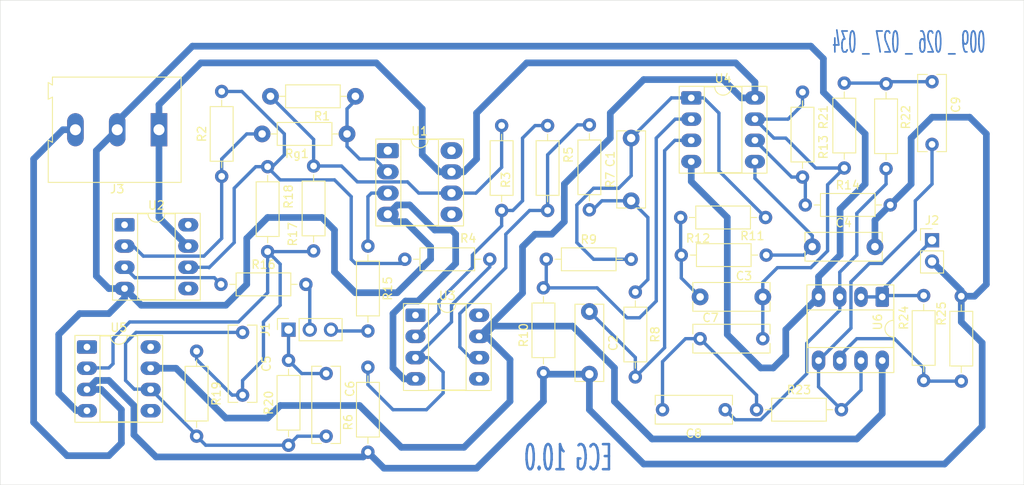
<source format=kicad_pcb>
(kicad_pcb (version 20241229) (generator "pcbnew") (generator_version "9.0")
  (layers (0 "F.Cu" signal) (2 "B.Cu" signal) (13 "F.Paste" user) (15 "B.Paste" user) (5 "F.SilkS" user "F.Silkscreen") (7 "B.SilkS" user "B.Silkscreen") (1 "F.Mask" user) (3 "B.Mask" user) (25 "Edge.Cuts" user))
  (net 0 "")
  (net 1 "Net-(C1-Pad1)")
  (net 2 "Net-(C1-Pad2)")
  (net 3 "GND")
  (net 4 "Net-(U4A-+)")
  (net 5 "/OutLowFilter")
  (net 6 "Net-(C3-Pad1)")
  (net 7 "Net-(U4B-+)")
  (net 8 "Net-(U5--)")
  (net 9 "Net-(C5-Pad1)")
  (net 10 "/LL")
  (net 11 "Net-(C7-Pad1)")
  (net 12 "Net-(U6A-+)")
  (net 13 "Net-(U6B-+)")
  (net 14 "Net-(C9-Pad1)")
  (net 15 "/RL")
  (net 16 "/RA")
  (net 17 "/ECG_signal")
  (net 18 "/V+")
  (net 19 "/V-")
  (net 20 "Net-(U1--)")
  (net 21 "Net-(R1-Pad2)")
  (net 22 "Net-(U2--)")
  (net 23 "Net-(U3--)")
  (net 24 "Net-(U3-+)")
  (net 25 "/OutAmp")
  (net 26 "Net-(U4A--)")
  (net 27 "Net-(U4B--)")
  (net 28 "Net-(U1-+)")
  (net 29 "Net-(U2-+)")
  (net 30 "Net-(U6B--)")
  (net 43 "Net-(R18-Pad1)")
  (footprint "Resistor_THT:R_Axial_DIN0207_L6.3mm_D2.5mm_P10.16mm_Horizontal" (layer "F.Cu") (at 147.34 100.5)
    (property "Reference" "R9")
    (property "Value" "270")
  )
  (footprint "Resistor_THT:R_Axial_DIN0207_L6.3mm_D2.5mm_P10.16mm_Horizontal" (layer "F.Cu") (at 108.42 103.5)
    (property "Reference" "R16")
    (property "Value" "1M")
  )
  (footprint "Package_DIP:DIP-8_W7.62mm_Socket_LongPads" (layer "F.Cu") (at 187.54 105 -90)
    (property "Reference" "U6")
    (property "Value" "TL072")
  )
  (footprint "Connector_PinSocket_2.54mm:PinSocket_1x03_P2.54mm_Vertical" (layer "F.Cu") (at 116.5 108.92 90)
    (property "Reference" "J1")
    (property "Value" "Conn_01x03_Pin")
  )
  (footprint "Resistor_THT:R_Axial_DIN0207_L6.3mm_D2.5mm_P10.16mm_Horizontal" (layer "F.Cu") (at 105.5 111.5 -90)
    (property "Reference" "R19")
    (property "Value" "1M")
  )
  (footprint "Resistor_THT:R_Axial_DIN0207_L6.3mm_D2.5mm_P10.16mm_Horizontal" (layer "F.Cu") (at 178 80.5 -90)
    (property "Reference" "R13")
    (property "Value" "2.2k")
  )
  (footprint "Resistor_THT:R_Axial_DIN0207_L6.3mm_D2.5mm_P10.16mm_Horizontal" (layer "F.Cu") (at 192.5 115 90)
    (property "Reference" "R24")
    (property "Value" "10k")
  )
  (footprint "Resistor_THT:R_Axial_DIN0207_L6.3mm_D2.5mm_P10.16mm_Horizontal" (layer "F.Cu") (at 108.5 90.58 90)
    (property "Reference" "R2")
    (property "Value" "5.6k")
  )
  (footprint "Resistor_THT:R_Axial_DIN0207_L6.3mm_D2.5mm_P10.16mm_Horizontal" (layer "F.Cu") (at 147.5 84.5 -90)
    (property "Reference" "R5")
    (property "Value" "10k")
  )
  (footprint "Resistor_THT:R_Axial_DIN0207_L6.3mm_D2.5mm_P10.16mm_Horizontal" (layer "F.Cu") (at 158 104.42 -90)
    (property "Reference" "R8")
    (property "Value" "10k")
  )
  (footprint "Resistor_THT:R_Axial_DIN0207_L6.3mm_D2.5mm_P10.16mm_Horizontal" (layer "F.Cu") (at 163.5 100)
    (property "Reference" "R12")
    (property "Value" "10k")
  )
  (footprint "TerminalBlock:TerminalBlock_Altech_AK300-3_P5.00mm" (layer "F.Cu") (at 101 85 180)
    (property "Reference" "J3")
    (property "Value" "Screw_Terminal_01x03")
  )
  (footprint "Package_DIP:DIP-8_W7.62mm_Socket_LongPads" (layer "F.Cu") (at 131.69 107.19)
    (property "Reference" "U3")
    (property "Value" "LM741")
  )
  (footprint "Capacitor_THT:C_Rect_L9.0mm_W3.2mm_P7.50mm_MKT" (layer "F.Cu") (at 179.17 99)
    (property "Reference" "C4")
    (property "Value" "100n")
  )
  (footprint "Resistor_THT:R_Axial_DIN0207_L6.3mm_D2.5mm_P10.16mm_Horizontal" (layer "F.Cu") (at 130.42 100.5)
    (property "Reference" "R4")
    (property "Value" "1k")
  )
  (footprint "Resistor_THT:R_Axial_DIN0207_L6.3mm_D2.5mm_P10.16mm_Horizontal" (layer "F.Cu") (at 147 114.08 90)
    (property "Reference" "R10")
    (property "Value" "1.8k")
  )
  (footprint "Capacitor_THT:C_Rect_L9.0mm_W3.2mm_P7.50mm_MKT" (layer "F.Cu") (at 157.5 93.5 90)
    (property "Reference" "C1")
    (property "Value" "100n")
  )
  (footprint "Resistor_THT:R_Axial_DIN0207_L6.3mm_D2.5mm_P10.16mm_Horizontal" (layer "F.Cu") (at 126 98.92 -90)
    (property "Reference" "R15")
    (property "Value" "1M")
  )
  (footprint "Package_DIP:DIP-8_W7.62mm_Socket_LongPads" (layer "F.Cu") (at 128.38 87.5)
    (property "Reference" "U1")
    (property "Value" "LM741")
  )
  (footprint "Capacitor_THT:C_Rect_L9.0mm_W3.2mm_P7.50mm_MKT" (layer "F.Cu") (at 165.75 105)
    (property "Reference" "C3")
    (property "Value" "100n")
  )
  (footprint "Resistor_THT:R_Axial_DIN0207_L6.3mm_D2.5mm_P10.16mm_Horizontal" (layer "F.Cu") (at 183 89.58 90)
    (property "Reference" "R21")
    (property "Value" "33k")
  )
  (footprint "Resistor_THT:R_Axial_DIN0207_L6.3mm_D2.5mm_P10.16mm_Horizontal" (layer "F.Cu") (at 124.5 81 180)
    (property "Reference" "R1")
    (property "Value" "5.6k")
  )
  (footprint "Package_DIP:DIP-8_W7.62mm_Socket_LongPads" (layer "F.Cu") (at 92.38 111)
    (property "Reference" "U5")
    (property "Value" "LM741")
  )
  (footprint "Capacitor_THT:C_Rect_L9.0mm_W3.2mm_P7.50mm_MKT" (layer "F.Cu") (at 168.75 118.5 180)
    (property "Reference" "C8")
    (property "Value" "100n")
  )
  (footprint "Resistor_THT:R_Axial_DIN0207_L6.3mm_D2.5mm_P10.16mm_Horizontal" (layer "F.Cu") (at 172.5 118.5)
    (property "Reference" "R23")
    (property "Value" "15k")
  )
  (footprint "Package_DIP:DIP-8_W7.62mm_Socket_LongPads" (layer "F.Cu") (at 96.88 96.38)
    (property "Reference" "U2")
    (property "Value" "LM741")
  )
  (footprint "Capacitor_THT:C_Rect_L9.0mm_W3.2mm_P7.50mm_MKT" (layer "F.Cu") (at 193.5 79.25 -90)
    (property "Reference" "C9")
    (property "Value" "220n")
  )
  (footprint "Resistor_THT:R_Axial_DIN0207_L6.3mm_D2.5mm_P10.16mm_Horizontal" (layer "F.Cu") (at 119.5 99.5 90)
    (property "Reference" "R17")
    (property "Value" "1M")
  )
  (footprint "Capacitor_THT:C_Rect_L9.0mm_W3.2mm_P7.50mm_MKT" (layer "F.Cu") (at 121 114.17 -90)
    (property "Reference" "C6")
    (property "Value" "1n")
  )
  (footprint "Resistor_THT:R_Axial_DIN0207_L6.3mm_D2.5mm_P10.16mm_Horizontal" (layer "F.Cu") (at 188 79.5 -90)
    (property "Reference" "R22")
    (property "Value" "33k")
  )
  (footprint "Resistor_THT:R_Axial_DIN0207_L6.3mm_D2.5mm_P10.16mm_Horizontal" (layer "F.Cu") (at 178.34 94)
    (property "Reference" "R14")
    (property "Value" "1.8k")
  )
  (footprint "Capacitor_THT:C_Rect_L9.0mm_W3.2mm_P7.50mm_MKT" (layer "F.Cu") (at 165.75 110)
    (property "Reference" "C7")
    (property "Value" "100n")
  )
  (footprint "Resistor_THT:R_Axial_DIN0207_L6.3mm_D2.5mm_P10.16mm_Horizontal" (layer "F.Cu") (at 197 115.08 90)
    (property "Reference" "R25")
    (property "Value" "10k")
  )
  (footprint "Resistor_THT:R_Axial_DIN0207_L6.3mm_D2.5mm_P10.16mm_Horizontal" (layer "F.Cu") (at 142 84.5 -90)
    (property "Reference" "R3")
    (property "Value" "1k")
  )
  (footprint "Resistor_THT:R_Axial_DIN0207_L6.3mm_D2.5mm_P10.16mm_Horizontal" (layer "F.Cu") (at 123.5 85.5 180)
    (property "Reference" "Rg1")
    (property "Value" "1k")
  )
  (footprint "Connector_PinHeader_2.54mm:PinHeader_1x02_P2.54mm_Vertical" (layer "F.Cu") (at 193.5 98.225)
    (property "Reference" "J2")
    (property "Value" "Conn_01x02_Pin")
  )
  (footprint "Package_DIP:DIP-8_W7.62mm_Socket_LongPads" (layer "F.Cu") (at 164.69 81.19)
    (property "Reference" "U4")
    (property "Value" "TL072")
  )
  (footprint "Resistor_THT:R_Axial_DIN0207_L6.3mm_D2.5mm_P10.16mm_Horizontal" (layer "F.Cu") (at 126 123.58 90)
    (property "Reference" "R6")
    (property "Value" "10k")
  )
  (footprint "Capacitor_THT:C_Rect_L9.0mm_W3.2mm_P7.50mm_MKT" (layer "F.Cu") (at 111 109.25 -90)
    (property "Reference" "C5")
    (property "Value" "1n")
  )
  (footprint "Resistor_THT:R_Axial_DIN0207_L6.3mm_D2.5mm_P10.16mm_Horizontal" (layer "F.Cu") (at 173.58 95.5 180)
    (property "Reference" "R11")
    (property "Value" "10k")
  )
  (footprint "Resistor_THT:R_Axial_DIN0207_L6.3mm_D2.5mm_P10.16mm_Horizontal" (layer "F.Cu") (at 116.5 122.75 90)
    (property "Reference" "R20")
    (property "Value" "1M")
  )
  (footprint "Resistor_THT:R_Axial_DIN0207_L6.3mm_D2.5mm_P10.16mm_Horizontal" (layer "F.Cu") (at 152.5 84.42 -90)
    (property "Reference" "R7")
    (property "Value" "10k")
  )
  (footprint "Capacitor_THT:C_Rect_L9.0mm_W3.2mm_P7.50mm_MKT" (layer "F.Cu") (at 152.5 106.75 -90)
    (property "Reference" "C2")
    (property "Value" "100n")
  )
  (footprint "Resistor_THT:R_Axial_DIN0207_L6.3mm_D2.5mm_P10.16mm_Horizontal" (layer "F.Cu") (at 114 89.42 -90)
    (property "Reference" "R18")
    (property "Value" "1M")
  )
  (gr_rect (start 82 69.5) (end 204.5 127.5) (stroke (width 0.05)) (fill no) (layer "Edge.Cuts"))
  (gr_text "ECG 10.0" (at 144.5 126 0) (layer "B.Cu") (effects (font (size 3 1.5) (thickness 0.3) (bold yes)) (justify right bottom mirror)))
  (gr_text "009 _ 026 _ 027 _ 034" (at 200 76 0) (layer "B.Cu") (effects (font (size 2.5 1) (thickness 0.2) (bold yes)) (justify left bottom mirror)))
  (segment (start 154 93.5) (end 157.5 93.5) (width 0.4) (layer "B.Cu") (net 1))
  (segment (start 157.5 93.92) (end 157.5 93.5) (width 0.4) (layer "B.Cu") (net 1))
  (segment (start 159.5 102.92) (end 158 104.42) (width 0.4) (layer "B.Cu") (net 1))
  (segment (start 152.5 94.58) (end 152.92 94.58) (width 0.4) (layer "B.Cu") (net 1))
  (segment (start 152.92 94.58) (end 154 93.5) (width 0.4) (layer "B.Cu") (net 1))
  (segment (start 159.5 95.5) (end 157.5 93.5) (width 0.4) (layer "B.Cu") (net 1))
  (segment (start 159.5 95.5) (end 159.5 102.92) (width 0.4) (layer "B.Cu") (net 1))
  (segment (start 151 98.5) (end 153 100.5) (width 0.4) (layer "B.Cu") (net 2))
  (segment (start 164.69 81.19) (end 166.19 81.19) (width 0.4) (layer "B.Cu") (net 2))
  (segment (start 153 100.5) (end 157.5 100.5) (width 0.4) (layer "B.Cu") (net 2))
  (segment (start 168 83) (end 168 89.92) (width 0.4) (layer "B.Cu") (net 2))
  (segment (start 156 92) (end 153 92) (width 0.4) (layer "B.Cu") (net 2))
  (segment (start 168 89.92) (end 173.58 95.5) (width 0.4) (layer "B.Cu") (net 2))
  (segment (start 164.69 81.19) (end 162.31 81.19) (width 0.4) (layer "B.Cu") (net 2))
  (segment (start 153 92) (end 151 94) (width 0.4) (layer "B.Cu") (net 2))
  (segment (start 162.31 81.19) (end 157.5 86) (width 0.4) (layer "B.Cu") (net 2))
  (segment (start 157.5 90.5) (end 156 92) (width 0.4) (layer "B.Cu") (net 2))
  (segment (start 151 94) (end 151 98.5) (width 0.4) (layer "B.Cu") (net 2))
  (segment (start 166.19 81.19) (end 168 83) (width 0.4) (layer "B.Cu") (net 2))
  (segment (start 157.5 86) (end 157.5 90.5) (width 0.4) (layer "B.Cu") (net 2))
  (segment (start 139 125.5) (end 147 117.5) (width 0.8) (layer "B.Cu") (net 3))
  (segment (start 86 88.5) (end 89.5 85) (width 0.8) (layer "B.Cu") (net 3))
  (segment (start 98 118) (end 98 121.5) (width 0.8) (layer "B.Cu") (net 3))
  (segment (start 191 91.5) (end 191 86) (width 0.8) (layer "B.Cu") (net 3))
  (segment (start 100.651 124.151) (end 125.429 124.151) (width 0.8) (layer "B.Cu") (net 3))
  (segment (start 198 83.5) (end 200 85.5) (width 0.8) (layer "B.Cu") (net 3))
  (segment (start 98 121.5) (end 100.651 124.151) (width 0.8) (layer "B.Cu") (net 3))
  (segment (start 147.17 114.25) (end 147 114.08) (width 0.8) (layer "B.Cu") (net 3))
  (segment (start 200 103.5) (end 198.58 104.92) (width 0.8) (layer "B.Cu") (net 3))
  (segment (start 92.46 116.04) (end 93.5 115) (width 0.8) (layer "B.Cu") (net 3))
  (segment (start 95 115) (end 98 118) (width 0.8) (layer "B.Cu") (net 3))
  (segment (start 191 86) (end 193.5 83.5) (width 0.8) (layer "B.Cu") (net 3))
  (segment (start 193.5 101.42) (end 193.5 100.765) (width 0.4) (layer "B.Cu") (net 3))
  (segment (start 198.58 104.92) (end 197 104.92) (width 0.8) (layer "B.Cu") (net 3))
  (segment (start 127.92 125.5) (end 139 125.5) (width 0.8) (layer "B.Cu") (net 3))
  (segment (start 197 104.92) (end 197 104.265) (width 0.8) (layer "B.Cu") (net 3))
  (segment (start 147.33 113.75) (end 147 114.08) (width 0.4) (layer "B.Cu") (net 3))
  (segment (start 195 125) (end 199.5 120.5) (width 0.8) (layer "B.Cu") (net 3))
  (segment (start 92.38 116.08) (end 94.08 116.08) (width 0.8) (layer "B.Cu") (net 3))
  (segment (start 200 85.5) (end 200 103.5) (width 0.8) (layer "B.Cu") (net 3))
  (segment (start 199.5 110.5) (end 197 108) (width 0.8) (layer "B.Cu") (net 3))
  (segment (start 125.429 124.151) (end 126 123.58) (width 0.8) (layer "B.Cu") (net 3))
  (segment (start 186.67 95.83) (end 188.5 94) (width 0.8) (layer "B.Cu") (net 3))
  (segment (start 152.5 114.25) (end 147.17 114.25) (width 0.8) (layer "B.Cu") (net 3))
  (segment (start 94.08 116.08) (end 96.5 118.5) (width 0.8) (layer "B.Cu") (net 3))
  (segment (start 92.38 116.04) (end 92.46 116.04) (width 0.8) (layer "B.Cu") (net 3))
  (segment (start 96.5 122.5) (end 95 124) (width 0.8) (layer "B.Cu") (net 3))
  (segment (start 89.5 85) (end 91 85) (width 0.8) (layer "B.Cu") (net 3))
  (segment (start 96.5 118.5) (end 96.5 122.5) (width 0.8) (layer "B.Cu") (net 3))
  (segment (start 193.5 83.5) (end 198 83.5) (width 0.8) (layer "B.Cu") (net 3))
  (segment (start 199.5 120.5) (end 199.5 110.5) (width 0.8) (layer "B.Cu") (net 3))
  (segment (start 152.5 118.5) (end 159 125) (width 0.8) (layer "B.Cu") (net 3))
  (segment (start 188.5 94) (end 191 91.5) (width 0.8) (layer "B.Cu") (net 3))
  (segment (start 152.5 114.25) (end 152.5 118.5) (width 0.8) (layer "B.Cu") (net 3))
  (segment (start 197 108) (end 197 104.92) (width 0.8) (layer "B.Cu") (net 3))
  (segment (start 197 104.265) (end 193.5 100.765) (width 0.8) (layer "B.Cu") (net 3))
  (segment (start 159 125) (end 195 125) (width 0.8) (layer "B.Cu") (net 3))
  (segment (start 90 124) (end 86 120) (width 0.8) (layer "B.Cu") (net 3))
  (segment (start 86 120) (end 86 88.5) (width 0.8) (layer "B.Cu") (net 3))
  (segment (start 126 123.58) (end 127.92 125.5) (width 0.8) (layer "B.Cu") (net 3))
  (segment (start 95 124) (end 90 124) (width 0.8) (layer "B.Cu") (net 3))
  (segment (start 93.5 115) (end 95 115) (width 0.8) (layer "B.Cu") (net 3))
  (segment (start 186.67 99) (end 186.67 95.83) (width 0.8) (layer "B.Cu") (net 3))
  (segment (start 147 117.5) (end 147 114.08) (width 0.8) (layer "B.Cu") (net 3))
  (segment (start 158 112.25) (end 152.5 106.75) (width 0.4) (layer "B.Cu") (net 4))
  (segment (start 164.69 86.27) (end 162.73 86.27) (width 0.4) (layer "B.Cu") (net 4))
  (segment (start 158 114.58) (end 158 112.25) (width 0.4) (layer "B.Cu") (net 4))
  (segment (start 161.5 87.5) (end 161.5 111.08) (width 0.4) (layer "B.Cu") (net 4))
  (segment (start 162.73 86.27) (end 161.5 87.5) (width 0.4) (layer "B.Cu") (net 4))
  (segment (start 161.5 111.08) (end 158 114.58) (width 0.4) (layer "B.Cu") (net 4))
  (segment (start 172.27 83.73) (end 172.31 83.73) (width 0.4) (layer "B.Cu") (net 5))
  (segment (start 173.25 110) (end 173.25 105) (width 0.4) (layer "B.Cu") (net 5))
  (segment (start 181 99.5) (end 181 91.58) (width 0.4) (layer "B.Cu") (net 5))
  (segment (start 176 86) (end 174.58 86) (width 0.4) (layer "B.Cu") (net 5))
  (segment (start 174.58 86) (end 172.31 83.73) (width 0.4) (layer "B.Cu") (net 5))
  (segment (start 175 101.5) (end 179 101.5) (width 0.4) (layer "B.Cu") (net 5))
  (segment (start 173.25 105) (end 173.25 103.25) (width 0.4) (layer "B.Cu") (net 5))
  (segment (start 172.31 83.73) (end 176.27 83.73) (width 0.4) (layer "B.Cu") (net 5))
  (segment (start 179.58 89.58) (end 176 86) (width 0.4) (layer "B.Cu") (net 5))
  (segment (start 183 89.58) (end 179.58 89.58) (width 0.4) (layer "B.Cu") (net 5))
  (segment (start 179 101.5) (end 181 99.5) (width 0.4) (layer "B.Cu") (net 5))
  (segment (start 173.25 103.25) (end 175 101.5) (width 0.4) (layer "B.Cu") (net 5))
  (segment (start 181 91.58) (end 183 89.58) (width 0.4) (layer "B.Cu") (net 5))
  (segment (start 176.27 83.73) (end 178 82) (width 0.4) (layer "B.Cu") (net 5))
  (segment (start 178 82) (end 178 80.5) (width 0.4) (layer "B.Cu") (net 5))
  (segment (start 163.42 99.92) (end 163.5 100) (width 0.4) (layer "B.Cu") (net 6))
  (segment (start 163.5 102.75) (end 165.75 105) (width 0.4) (layer "B.Cu") (net 6))
  (segment (start 163.42 95.5) (end 163.42 99.92) (width 0.4) (layer "B.Cu") (net 6))
  (segment (start 163.5 100) (end 163.5 102.75) (width 0.4) (layer "B.Cu") (net 6))
  (segment (start 179.17 97.67) (end 179.17 99) (width 0.4) (layer "B.Cu") (net 7))
  (segment (start 172.31 88.81) (end 172.31 90.81) (width 0.4) (layer "B.Cu") (net 7))
  (segment (start 172.31 90.81) (end 179.17 97.67) (width 0.4) (layer "B.Cu") (net 7))
  (segment (start 173.66 100) (end 178.17 100) (width 0.4) (layer "B.Cu") (net 7))
  (segment (start 178.17 100) (end 179.17 99) (width 0.4) (layer "B.Cu") (net 7))
  (segment (start 110.5 108) (end 97.5 108) (width 0.4) (layer "B.Cu") (net 8))
  (segment (start 111 115) (end 111 116.75) (width 0.4) (layer "B.Cu") (net 8))
  (segment (start 114 99.58) (end 114 104.5) (width 0.4) (layer "B.Cu") (net 8))
  (segment (start 115.5 106) (end 113.5 108) (width 0.4) (layer "B.Cu") (net 8))
  (segment (start 109.75 116.75) (end 111 116.75) (width 0.4) (layer "B.Cu") (net 8))
  (segment (start 114 99.58) (end 114 99.5) (width 0.4) (layer "B.Cu") (net 8))
  (segment (start 119.42 99.58) (end 119.5 99.5) (width 0.4) (layer "B.Cu") (net 8))
  (segment (start 115.5 101.08) (end 115.5 106) (width 0.4) (layer "B.Cu") (net 8))
  (segment (start 95.5 113) (end 95 113.5) (width 0.4) (layer "B.Cu") (net 8))
  (segment (start 114 99.58) (end 119.42 99.58) (width 0.4) (layer "B.Cu") (net 8))
  (segment (start 113.5 112.5) (end 111 115) (width 0.4) (layer "B.Cu") (net 8))
  (segment (start 105.5 111.5) (end 105.5 112.5) (width 0.4) (layer "B.Cu") (net 8))
  (segment (start 95.5 110) (end 95.5 113) (width 0.4) (layer "B.Cu") (net 8))
  (segment (start 113.5 108) (end 113.5 112.5) (width 0.4) (layer "B.Cu") (net 8))
  (segment (start 95 113.5) (end 92.38 113.5) (width 0.4) (layer "B.Cu") (net 8))
  (segment (start 105.5 112.5) (end 109.75 116.75) (width 0.4) (layer "B.Cu") (net 8))
  (segment (start 114 99.58) (end 115.5 101.08) (width 0.4) (layer "B.Cu") (net 8))
  (segment (start 97.5 108) (end 95.5 110) (width 0.4) (layer "B.Cu") (net 8))
  (segment (start 114 104.5) (end 110.5 108) (width 0.4) (layer "B.Cu") (net 8))
  (segment (start 100 116.16) (end 100 116.04) (width 0.2) (layer "B.Cu") (net 9))
  (segment (start 111 109.25) (end 98.25 109.25) (width 0.4) (layer "B.Cu") (net 9))
  (segment (start 116.5 122.75) (end 117.58 121.67) (width 0.4) (layer "B.Cu") (net 9))
  (segment (start 98.04 116.04) (end 97 115) (width 0.4) (layer "B.Cu") (net 9))
  (segment (start 106.59 122.75) (end 105.5 121.66) (width 0.4) (layer "B.Cu") (net 9))
  (segment (start 98.25 109.25) (end 97 110.5) (width 0.4) (layer "B.Cu") (net 9))
  (segment (start 105.5 121.66) (end 105.5 121.54) (width 0.4) (layer "B.Cu") (net 9))
  (segment (start 117.58 121.67) (end 121 121.67) (width 0.4) (layer "B.Cu") (net 9))
  (segment (start 116.5 122.75) (end 106.59 122.75) (width 0.4) (layer "B.Cu") (net 9))
  (segment (start 97 115) (end 97 110.5) (width 0.4) (layer "B.Cu") (net 9))
  (segment (start 105.5 121.54) (end 100 116.04) (width 0.4) (layer "B.Cu") (net 9))
  (segment (start 100 116.04) (end 98.04 116.04) (width 0.4) (layer "B.Cu") (net 9))
  (segment (start 121 114.17) (end 118.08 114.17) (width 0.4) (layer "B.Cu") (net 10))
  (segment (start 118.08 114.17) (end 116.5 112.59) (width 0.4) (layer "B.Cu") (net 10))
  (segment (start 116.5 108.92) (end 116.5 112.59) (width 0.4) (layer "B.Cu") (net 10))
  (segment (start 172.5 116.75) (end 165.75 110) (width 0.4) (layer "B.Cu") (net 11))
  (segment (start 161.5 118.5) (end 161.25 118.5) (width 0.4) (layer "B.Cu") (net 11))
  (segment (start 164 110) (end 161.25 112.75) (width 0.4) (layer "B.Cu") (net 11))
  (segment (start 161.25 112.75) (end 161.25 118.5) (width 0.4) (layer "B.Cu") (net 11))
  (segment (start 172.5 118.5) (end 172.5 116.75) (width 0.4) (layer "B.Cu") (net 11))
  (segment (start 165.75 110) (end 164 110) (width 0.4) (layer "B.Cu") (net 11))
  (segment (start 178.5 110.56) (end 182.46 106.6) (width 0.4) (layer "B.Cu") (net 12))
  (segment (start 182.46 106.6) (end 182.46 105) (width 0.4) (layer "B.Cu") (net 12))
  (segment (start 178.5 114.198471) (end 178.5 110.56) (width 0.4) (layer "B.Cu") (net 12))
  (segment (start 184.5 95) (end 188 91.5) (width 0.4) (layer "B.Cu") (net 12))
  (segment (start 182.46 105) (end 182.46 102.04) (width 0.4) (layer "B.Cu") (net 12))
  (segment (start 168.75 118.5) (end 169.951 119.701) (width 0.4) (layer "B.Cu") (net 12))
  (segment (start 188 91.5) (end 188 89.66) (width 0.4) (layer "B.Cu") (net 12))
  (segment (start 182.46 102.04) (end 184.5 100) (width 0.4) (layer "B.Cu") (net 12))
  (segment (start 184.5 100) (end 184.5 95) (width 0.4) (layer "B.Cu") (net 12))
  (segment (start 172.997471 119.701) (end 178.5 114.198471) (width 0.4) (layer "B.Cu") (net 12))
  (segment (start 169.951 119.701) (end 172.997471 119.701) (width 0.4) (layer "B.Cu") (net 12))
  (segment (start 185 116.16) (end 182.66 118.5) (width 0.4) (layer "B.Cu") (net 13))
  (segment (start 183.799 103.201) (end 183.799 108.741) (width 0.4) (layer "B.Cu") (net 13))
  (segment (start 179.92 112.62) (end 179.92 115.76) (width 0.4) (layer "B.Cu") (net 13))
  (segment (start 185 112.62) (end 185 116.16) (width 0.4) (layer "B.Cu") (net 13))
  (segment (start 183.799 108.741) (end 179.92 112.62) (width 0.4) (layer "B.Cu") (net 13))
  (segment (start 186 101) (end 183.799 103.201) (width 0.4) (layer "B.Cu") (net 13))
  (segment (start 193.5 86.75) (end 193.5 91.5) (width 0.4) (layer "B.Cu") (net 13))
  (segment (start 187.5 101) (end 186 101) (width 0.4) (layer "B.Cu") (net 13))
  (segment (start 193.5 91.5) (end 191.5 93.5) (width 0.4) (layer "B.Cu") (net 13))
  (segment (start 191.5 93.5) (end 191.5 97) (width 0.4) (layer "B.Cu") (net 13))
  (segment (start 179.92 115.76) (end 182.66 118.5) (width 0.4) (layer "B.Cu") (net 13))
  (segment (start 191.5 97) (end 187.5 101) (width 0.4) (layer "B.Cu") (net 13))
  (segment (start 188.25 79.25) (end 188 79.5) (width 0.4) (layer "B.Cu") (net 14))
  (segment (start 187.92 79.42) (end 188 79.5) (width 0.4) (layer "B.Cu") (net 14))
  (segment (start 183 79.42) (end 187.92 79.42) (width 0.4) (layer "B.Cu") (net 14))
  (segment (start 193.5 79.25) (end 188.25 79.25) (width 0.4) (layer "B.Cu") (net 14))
  (segment (start 119.04 108.92) (end 119.04 103.96) (width 0.4) (layer "B.Cu") (net 15))
  (segment (start 119.04 103.96) (end 118.58 103.5) (width 0.4) (layer "B.Cu") (net 15))
  (segment (start 121.58 108.92) (end 121.74 109.08) (width 0.4) (layer "B.Cu") (net 16))
  (segment (start 121.74 109.08) (end 126 109.08) (width 0.4) (layer "B.Cu") (net 16))
  (segment (start 187.54 105) (end 185 105) (width 0.4) (layer "B.Cu") (net 17))
  (segment (start 187.54 104.185) (end 193.5 98.225) (width 0.4) (layer "B.Cu") (net 17))
  (segment (start 187.54 105) (end 187.54 104.185) (width 0.4) (layer "B.Cu") (net 17))
  (segment (start 192.5 104.84) (end 187.7 104.84) (width 0.4) (layer "B.Cu") (net 17))
  (segment (start 187.7 104.84) (end 187.54 105) (width 0.4) (layer "B.Cu") (net 17))
  (segment (start 134.54 90.04) (end 132.5 88) (width 0.8) (layer "B.Cu") (net 18))
  (segment (start 139 83) (end 145 77) (width 0.8) (layer "B.Cu") (net 18))
  (segment (start 101 95.5) (end 101 85) (width 0.8) (layer "B.Cu") (net 18))
  (segment (start 103.04 113.54) (end 109 119.5) (width 0.8) (layer "B.Cu") (net 18))
  (segment (start 187.54 118.96) (end 187.54 112.62) (width 0.8) (layer "B.Cu") (net 18))
  (segment (start 145 77) (end 170 77) (width 0.8) (layer "B.Cu") (net 18))
  (segment (start 136 90.04) (end 134.54 90.04) (width 0.8) (layer "B.Cu") (net 18))
  (segment (start 125 118) (end 130 123) (width 0.8) (layer "B.Cu") (net 18))
  (segment (start 114 119.5) (end 115.5 118) (width 0.8) (layer "B.Cu") (net 18))
  (segment (start 127 77) (end 106 77) (width 0.8) (layer "B.Cu") (net 18))
  (segment (start 144.5 104.54) (end 144.5 99) (width 0.8) (layer "B.Cu") (net 18))
  (segment (start 130 123) (end 137.5 123) (width 0.8) (layer "B.Cu") (net 18))
  (segment (start 115.5 118) (end 125 118) (width 0.8) (layer "B.Cu") (net 18))
  (segment (start 132.5 88) (end 132.5 82.5) (width 0.8) (layer "B.Cu") (net 18))
  (segment (start 140.23 109.73) (end 139.31 109.73) (width 0.8) (layer "B.Cu") (net 18))
  (segment (start 101 82) (end 101 85) (width 0.8) (layer "B.Cu") (net 18))
  (segment (start 170.69 81.19) (end 172.31 81.19) (width 0.8) (layer "B.Cu") (net 18))
  (segment (start 104.5 98.92) (end 104.42 98.92) (width 0.8) (layer "B.Cu") (net 18))
  (segment (start 137.46 90.04) (end 139 88.5) (width 0.8) (layer "B.Cu") (net 18))
  (segment (start 106 77) (end 101 82) (width 0.8) (layer "B.Cu") (net 18))
  (segment (start 146 97.5) (end 148 97.5) (width 0.8) (layer "B.Cu") (net 18))
  (segment (start 155 86) (end 155 83) (width 0.8) (layer "B.Cu") (net 18))
  (segment (start 143 112.5) (end 140.23 109.73) (width 0.8) (layer "B.Cu") (net 18))
  (segment (start 155 83) (end 159 79) (width 0.8) (layer "B.Cu") (net 18))
  (segment (start 136 90.04) (end 137.46 90.04) (width 0.8) (layer "B.Cu") (net 18))
  (segment (start 139 88.5) (end 139 83) (width 0.8) (layer "B.Cu") (net 18))
  (segment (start 168.5 79) (end 170.69 81.19) (width 0.8) (layer "B.Cu") (net 18))
  (segment (start 149.5 91.5) (end 155 86) (width 0.8) (layer "B.Cu") (net 18))
  (segment (start 172.31 79.31) (end 172.31 81.19) (width 0.8) (layer "B.Cu") (net 18))
  (segment (start 150.5 108.5) (end 155.5 113.5) (width 0.8) (layer "B.Cu") (net 18))
  (segment (start 143 117.5) (end 143 112.5) (width 0.8) (layer "B.Cu") (net 18))
  (segment (start 159 79) (end 168.5 79) (width 0.8) (layer "B.Cu") (net 18))
  (segment (start 160 122) (end 184.5 122) (width 0.8) (layer "B.Cu") (net 18))
  (segment (start 141 108.5) (end 150.5 108.5) (width 0.8) (layer "B.Cu") (net 18))
  (segment (start 104.42 98.92) (end 101 95.5) (width 0.8) (layer "B.Cu") (net 18))
  (segment (start 155.5 113.5) (end 155.5 117.5) (width 0.8) (layer "B.Cu") (net 18))
  (segment (start 149.5 96) (end 149.5 91.5) (width 0.8) (layer "B.Cu") (net 18))
  (segment (start 184.5 122) (end 187.54 118.96) (width 0.8) (layer "B.Cu") (net 18))
  (segment (start 137.5 123) (end 143 117.5) (width 0.8) (layer "B.Cu") (net 18))
  (segment (start 132.5 82.5) (end 127 77) (width 0.8) (layer "B.Cu") (net 18))
  (segment (start 155.5 117.5) (end 160 122) (width 0.8) (layer "B.Cu") (net 18))
  (segment (start 170 77) (end 172.31 79.31) (width 0.8) (layer "B.Cu") (net 18))
  (segment (start 139.77 109.73) (end 141 108.5) (width 0.8) (layer "B.Cu") (net 18))
  (segment (start 139.31 109.73) (end 144.5 104.54) (width 0.8) (layer "B.Cu") (net 18))
  (segment (start 109 119.5) (end 114 119.5) (width 0.8) (layer "B.Cu") (net 18))
  (segment (start 139.31 109.73) (end 139.77 109.73) (width 0.8) (layer "B.Cu") (net 18))
  (segment (start 148 97.5) (end 149.5 96) (width 0.8) (layer "B.Cu") (net 18))
  (segment (start 144.5 99) (end 146 97.5) (width 0.8) (layer "B.Cu") (net 18))
  (segment (start 100 113.54) (end 103.04 113.54) (width 0.8) (layer "B.Cu") (net 18))
  (segment (start 95 107) (end 96.88 105.12) (width 0.8) (layer "B.Cu") (net 19))
  (segment (start 133.5 99) (end 133.5 100.5) (width 0.8) (layer "B.Cu") (net 19))
  (segment (start 133.5 100.5) (end 129.5 104.5) (width 0.8) (layer "B.Cu") (net 19))
  (segment (start 185.5 85.5) (end 180.5 80.5) (width 0.8) (layer "B.Cu") (net 19))
  (segment (start 180.5 80.5) (end 180.5 76.5) (width 0.8) (layer "B.Cu") (net 19))
  (segment (start 95 104) (end 96.88 104) (width 0.8) (layer "B.Cu") (net 19))
  (segment (start 122 97) (end 120.5 95.5) (width 0.8) (layer "B.Cu") (net 19))
  (segment (start 96.88 105.12) (end 96.88 104) (width 0.8) (layer "B.Cu") (net 19))
  (segment (start 180.5 76.5) (end 179 75) (width 0.8) (layer "B.Cu") (net 19))
  (segment (start 111.5 103.5) (end 109 106) (width 0.8) (layer "B.Cu") (net 19))
  (segment (start 131.69 114.81) (end 130.31 114.81) (width 0.8) (layer "B.Cu") (net 19))
  (segment (start 124.5 104.5) (end 122 102) (width 0.8) (layer "B.Cu") (net 19))
  (segment (start 136.5 97.5) (end 136 97) (width 0.8) (layer "B.Cu") (net 19))
  (segment (start 130.5 96) (end 133.5 99) (width 0.8) (layer "B.Cu") (net 19))
  (segment (start 105 75) (end 96 84) (width 0.8) (layer "B.Cu") (net 19))
  (segment (start 98.88 106) (end 96.88 104) (width 0.8) (layer "B.Cu") (net 19))
  (segment (start 130.5 105.5) (end 132 105.5) (width 0.8) (layer "B.Cu") (net 19))
  (segment (start 89 109.5) (end 91.5 107) (width 0.8) (layer "B.Cu") (net 19))
  (segment (start 132 105.5) (end 136.5 101) (width 0.8) (layer "B.Cu") (net 19))
  (segment (start 91.08 118.58) (end 89 116.5) (width 0.8) (layer "B.Cu") (net 19))
  (segment (start 179 75) (end 105 75) (width 0.8) (layer "B.Cu") (net 19))
  (segment (start 122 102) (end 122 97) (width 0.8) (layer "B.Cu") (net 19))
  (segment (start 179.92 102.58) (end 182.5 100) (width 0.8) (layer "B.Cu") (net 19))
  (segment (start 182.5 100) (end 182.5 94.5) (width 0.8) (layer "B.Cu") (net 19))
  (segment (start 182.5 94.5) (end 185.5 91.5) (width 0.8) (layer "B.Cu") (net 19))
  (segment (start 136 97) (end 134 97) (width 0.8) (layer "B.Cu") (net 19))
  (segment (start 93.5 87.5) (end 93.5 102.5) (width 0.8) (layer "B.Cu") (net 19))
  (segment (start 129 107) (end 130.5 105.5) (width 0.8) (layer "B.Cu") (net 19))
  (segment (start 164.69 88.81) (end 164.69 91.19) (width 0.8) (layer "B.Cu") (net 19))
  (segment (start 169 95.5) (end 169 109.5) (width 0.8) (layer "B.Cu") (net 19))
  (segment (start 169 109.5) (end 173 113.5) (width 0.8) (layer "B.Cu") (net 19))
  (segment (start 134 97) (end 131 94) (width 0.8) (layer "B.Cu") (net 19))
  (segment (start 93.5 102.5) (end 95 104) (width 0.8) (layer "B.Cu") (net 19))
  (segment (start 164.69 91.19) (end 169 95.5) (width 0.8) (layer "B.Cu") (net 19))
  (segment (start 179.92 105) (end 179.92 102.58) (width 0.8) (layer "B.Cu") (net 19))
  (segment (start 89 116.5) (end 89 109.5) (width 0.8) (layer "B.Cu") (net 19))
  (segment (start 129.5 94) (end 128.38 95.12) (width 0.8) (layer "B.Cu") (net 19))
  (segment (start 92.38 118.58) (end 91.08 118.58) (width 0.8) (layer "B.Cu") (net 19))
  (segment (start 91.5 107) (end 95 107) (width 0.8) (layer "B.Cu") (net 19))
  (segment (start 176 108.92) (end 179.92 105) (width 0.8) (layer "B.Cu") (net 19))
  (segment (start 130.31 114.81) (end 129 113.5) (width 0.8) (layer "B.Cu") (net 19))
  (segment (start 173 113.5) (end 174.5 113.5) (width 0.8) (layer "B.Cu") (net 19))
  (segment (start 109 106) (end 98.88 106) (width 0.8) (layer "B.Cu") (net 19))
  (segment (start 129.5 104.5) (end 124.5 104.5) (width 0.8) (layer "B.Cu") (net 19))
  (segment (start 129 113.5) (end 129 107) (width 0.8) (layer "B.Cu") (net 19))
  (segment (start 174.5 113.5) (end 176 112) (width 0.8) (layer "B.Cu") (net 19))
  (segment (start 176 112) (end 176 108.92) (width 0.8) (layer "B.Cu") (net 19))
  (segment (start 96 85) (end 93.5 87.5) (width 0.8) (layer "B.Cu") (net 19))
  (segment (start 131 94) (end 129.5 94) (width 0.8) (layer "B.Cu") (net 19))
  (segment (start 129.26 96) (end 130.5 96) (width 0.8) (layer "B.Cu") (net 19))
  (segment (start 128.38 95.12) (end 129.26 96) (width 0.8) (layer "B.Cu") (net 19))
  (segment (start 136.5 101) (end 136.5 97.5) (width 0.8) (layer "B.Cu") (net 19))
  (segment (start 111.5 98) (end 111.5 103.5) (width 0.8) (layer "B.Cu") (net 19))
  (segment (start 120.5 95.5) (end 114 95.5) (width 0.8) (layer "B.Cu") (net 19))
  (segment (start 96 84) (end 96 85) (width 0.8) (layer "B.Cu") (net 19))
  (segment (start 92.34 118.58) (end 92.38 118.62) (width 0.8) (layer "B.Cu") (net 19))
  (segment (start 114 95.5) (end 111.5 98) (width 0.8) (layer "B.Cu") (net 19))
  (segment (start 185.5 91.5) (end 185.5 85.5) (width 0.8) (layer "B.Cu") (net 19))
  (segment (start 91.08 118.58) (end 92.34 118.58) (width 0.8) (layer "B.Cu") (net 19))
  (segment (start 123.5 82.5) (end 123.5 85.5) (width 0.4) (layer "B.Cu") (net 20))
  (segment (start 123.5 87) (end 123.5 85.5) (width 0.4) (layer "B.Cu") (net 20))
  (segment (start 126.84 88.5) (end 125 88.5) (width 0.4) (layer "B.Cu") (net 20))
  (segment (start 124.5 81) (end 124.5 81.5) (width 0.4) (layer "B.Cu") (net 20))
  (segment (start 125 88.5) (end 123.5 87) (width 0.4) (layer "B.Cu") (net 20))
  (segment (start 128.38 90.04) (end 126.84 88.5) (width 0.4) (layer "B.Cu") (net 20))
  (segment (start 124.5 81.5) (end 123.5 82.5) (width 0.4) (layer "B.Cu") (net 20))
  (segment (start 119.5 89.34) (end 122.84 89.34) (width 0.4) (layer "B.Cu") (net 21))
  (segment (start 124.741 91.241) (end 130.741 91.241) (width 0.4) (layer "B.Cu") (net 21))
  (segment (start 136 92.58) (end 138.92 92.58) (width 0.4) (layer "B.Cu") (net 21))
  (segment (start 119.5 86.16) (end 114.34 81) (width 0.4) (layer "B.Cu") (net 21))
  (segment (start 132.08 92.58) (end 136 92.58) (width 0.4) (layer "B.Cu") (net 21))
  (segment (start 142 89.5) (end 142 84.5) (width 0.4) (layer "B.Cu") (net 21))
  (segment (start 130.741 91.241) (end 132.08 92.58) (width 0.4) (layer "B.Cu") (net 21))
  (segment (start 122.84 89.34) (end 124.741 91.241) (width 0.4) (layer "B.Cu") (net 21))
  (segment (start 119.5 89.34) (end 119.5 86.16) (width 0.4) (layer "B.Cu") (net 21))
  (segment (start 138.92 92.58) (end 142 89.5) (width 0.4) (layer "B.Cu") (net 21))
  (segment (start 111.5 85.5) (end 113.34 85.5) (width 0.4) (layer "B.Cu") (net 22))
  (segment (start 97.92 98.92) (end 99.121 100.121) (width 0.4) (layer "B.Cu") (net 22))
  (segment (start 108.5 88.5) (end 111.5 85.5) (width 0.4) (layer "B.Cu") (net 22))
  (segment (start 96.88 98.92) (end 97.92 98.92) (width 0.4) (layer "B.Cu") (net 22))
  (segment (start 106.379 100.121) (end 108.5 98) (width 0.4) (layer "B.Cu") (net 22))
  (segment (start 108.5 90.58) (end 108.5 88.5) (width 0.4) (layer "B.Cu") (net 22))
  (segment (start 108.5 98) (end 108.5 90.58) (width 0.4) (layer "B.Cu") (net 22))
  (segment (start 99.121 100.121) (end 106.379 100.121) (width 0.4) (layer "B.Cu") (net 22))
  (segment (start 131.69 109.73) (end 134.5 106.92) (width 0.4) (layer "B.Cu") (net 23))
  (segment (start 134.5 105.5) (end 138.5 101.5) (width 0.4) (layer "B.Cu") (net 23))
  (segment (start 134.5 106.92) (end 134.5 105.5) (width 0.4) (layer "B.Cu") (net 23))
  (segment (start 143.34 94.66) (end 142 94.66) (width 0.4) (layer "B.Cu") (net 23))
  (segment (start 142 96.5) (end 142 94.66) (width 0.4) (layer "B.Cu") (net 23))
  (segment (start 146 84.5) (end 144.5 86) (width 0.4) (layer "B.Cu") (net 23))
  (segment (start 138.5 100) (end 142 96.5) (width 0.4) (layer "B.Cu") (net 23))
  (segment (start 138.5 101.5) (end 138.5 100) (width 0.4) (layer "B.Cu") (net 23))
  (segment (start 144.5 93.5) (end 143.34 94.66) (width 0.4) (layer "B.Cu") (net 23))
  (segment (start 147.5 84.5) (end 146 84.5) (width 0.4) (layer "B.Cu") (net 23))
  (segment (start 144.5 86) (end 144.5 93.5) (width 0.4) (layer "B.Cu") (net 23))
  (segment (start 135 114) (end 133.27 112.27) (width 0.4) (layer "B.Cu") (net 24))
  (segment (start 140.58 101.42) (end 140.58 100.5) (width 0.4) (layer "B.Cu") (net 24))
  (segment (start 136 106) (end 140.58 101.42) (width 0.4) (layer "B.Cu") (net 24))
  (segment (start 126 113.42) (end 126 115.5) (width 0.4) (layer "B.Cu") (net 24))
  (segment (start 131.73 112.27) (end 136 108) (width 0.4) (layer "B.Cu") (net 24))
  (segment (start 126 115.5) (end 129 118.5) (width 0.4) (layer "B.Cu") (net 24))
  (segment (start 131.69 112.27) (end 131.73 112.27) (width 0.4) (layer "B.Cu") (net 24))
  (segment (start 133 118.5) (end 135 116.5) (width 0.4) (layer "B.Cu") (net 24))
  (segment (start 135 116.5) (end 135 114) (width 0.4) (layer "B.Cu") (net 24))
  (segment (start 136 108) (end 136 106) (width 0.4) (layer "B.Cu") (net 24))
  (segment (start 129 118.5) (end 133 118.5) (width 0.4) (layer "B.Cu") (net 24))
  (segment (start 133.27 112.27) (end 131.69 112.27) (width 0.4) (layer "B.Cu") (net 24))
  (segment (start 147.5 94.66) (end 145.34 94.66) (width 0.4) (layer "B.Cu") (net 25))
  (segment (start 137 111) (end 138.27 112.27) (width 0.4) (layer "B.Cu") (net 25))
  (segment (start 138.27 112.27) (end 139.31 112.27) (width 0.4) (layer "B.Cu") (net 25))
  (segment (start 152.5 84.42) (end 151.08 84.42) (width 0.4) (layer "B.Cu") (net 25))
  (segment (start 142.5 97.5) (end 142.5 101.5) (width 0.4) (layer "B.Cu") (net 25))
  (segment (start 147.5 88) (end 147.5 94.66) (width 0.4) (layer "B.Cu") (net 25))
  (segment (start 151.08 84.42) (end 147.5 88) (width 0.4) (layer "B.Cu") (net 25))
  (segment (start 142.5 101.5) (end 137 107) (width 0.4) (layer "B.Cu") (net 25))
  (segment (start 137 107) (end 137 111) (width 0.4) (layer "B.Cu") (net 25))
  (segment (start 145.34 94.66) (end 142.5 97.5) (width 0.4) (layer "B.Cu") (net 25))
  (segment (start 158.5 107.5) (end 157 107.5) (width 0.4) (layer "B.Cu") (net 26))
  (segment (start 157 107.5) (end 153.42 103.92) (width 0.4) (layer "B.Cu") (net 26))
  (segment (start 147.34 100.5) (end 147.34 103.58) (width 0.4) (layer "B.Cu") (net 26))
  (segment (start 147.34 103.58) (end 147 103.92) (width 0.4) (layer "B.Cu") (net 26))
  (segment (start 160.5 86) (end 160.5 105.5) (width 0.4) (layer "B.Cu") (net 26))
  (segment (start 160.5 105.5) (end 158.5 107.5) (width 0.4) (layer "B.Cu") (net 26))
  (segment (start 153.42 103.92) (end 147 103.92) (width 0.4) (layer "B.Cu") (net 26))
  (segment (start 164.69 83.73) (end 162.77 83.73) (width 0.4) (layer "B.Cu") (net 26))
  (segment (start 162.77 83.73) (end 160.5 86) (width 0.4) (layer "B.Cu") (net 26))
  (segment (start 178 90.66) (end 176.7 90.66) (width 0.4) (layer "B.Cu") (net 27))
  (segment (start 178.34 91) (end 178 90.66) (width 0.4) (layer "B.Cu") (net 27))
  (segment (start 176.7 90.66) (end 172.31 86.27) (width 0.4) (layer "B.Cu") (net 27))
  (segment (start 178.24 90.42) (end 178 90.66) (width 0.4) (layer "B.Cu") (net 27))
  (segment (start 178.34 94) (end 178.34 91) (width 0.4) (layer "B.Cu") (net 27))
  (segment (start 126 93) (end 126 98.92) (width 0.4) (layer "B.Cu") (net 28))
  (segment (start 128.38 92.58) (end 126.42 92.58) (width 0.4) (layer "B.Cu") (net 28))
  (segment (start 126.42 92.58) (end 126 93) (width 0.4) (layer "B.Cu") (net 28))
  (segment (start 107.620001 102.700001) (end 98.120001 102.700001) (width 0.4) (layer "B.Cu") (net 29))
  (segment (start 108.42 103.5) (end 107.620001 102.700001) (width 0.4) (layer "B.Cu") (net 29))
  (segment (start 98.120001 102.700001) (end 96.88 101.46) (width 0.4) (layer "B.Cu") (net 29))
  (segment (start 189 110) (end 184.5 110) (width 0.4) (layer "B.Cu") (net 30))
  (segment (start 192.5 115) (end 192.5 113.5) (width 0.4) (layer "B.Cu") (net 30))
  (segment (start 197 115.08) (end 192.58 115.08) (width 0.4) (layer "B.Cu") (net 30))
  (segment (start 192.5 113.5) (end 189 110) (width 0.4) (layer "B.Cu") (net 30))
  (segment (start 192.58 115.08) (end 192.5 115) (width 0.4) (layer "B.Cu") (net 30))
  (segment (start 184.5 110) (end 182.46 112.04) (width 0.4) (layer "B.Cu") (net 30))
  (segment (start 182.46 112.04) (end 182.46 112.62) (width 0.4) (layer "B.Cu") (net 30))
  (segment (start 106.96 101.46) (end 107 101.5) (width 0.4) (layer "B.Cu") (net 43))
  (segment (start 114 89.5) (end 115.5 91) (width 0.4) (layer "B.Cu") (net 43))
  (segment (start 104.5 101.46) (end 106.96 101.46) (width 0.4) (layer "B.Cu") (net 43))
  (segment (start 129.92 101) (end 130.42 100.5) (width 0.4) (layer "B.Cu") (net 43))
  (segment (start 115.5 91) (end 122 91) (width 0.4) (layer "B.Cu") (net 43))
  (segment (start 116 85.5) (end 110.92 80.42) (width 0.4) (layer "B.Cu") (net 43))
  (segment (start 114 89.42) (end 114 89.5) (width 0.4) (layer "B.Cu") (net 43))
  (segment (start 124 93) (end 124 100.5) (width 0.4) (layer "B.Cu") (net 43))
  (segment (start 114 89.42) (end 114.58 89.42) (width 0.4) (layer "B.Cu") (net 43))
  (segment (start 112.58 89.42) (end 114 89.42) (width 0.4) (layer "B.Cu") (net 43))
  (segment (start 124.5 101) (end 129.92 101) (width 0.4) (layer "B.Cu") (net 43))
  (segment (start 107 101.5) (end 110 98.5) (width 0.4) (layer "B.Cu") (net 43))
  (segment (start 110 92) (end 112.58 89.42) (width 0.4) (layer "B.Cu") (net 43))
  (segment (start 110 98.5) (end 110 92) (width 0.4) (layer "B.Cu") (net 43))
  (segment (start 110.92 80.42) (end 108.5 80.42) (width 0.4) (layer "B.Cu") (net 43))
  (segment (start 122 91) (end 124 93) (width 0.4) (layer "B.Cu") (net 43))
  (segment (start 116 88) (end 116 85.5) (width 0.4) (layer "B.Cu") (net 43))
  (segment (start 114.58 89.42) (end 116 88) (width 0.4) (layer "B.Cu") (net 43))
  (segment (start 124 100.5) (end 124.5 101) (width 0.4) (layer "B.Cu") (net 43))
)
</source>
